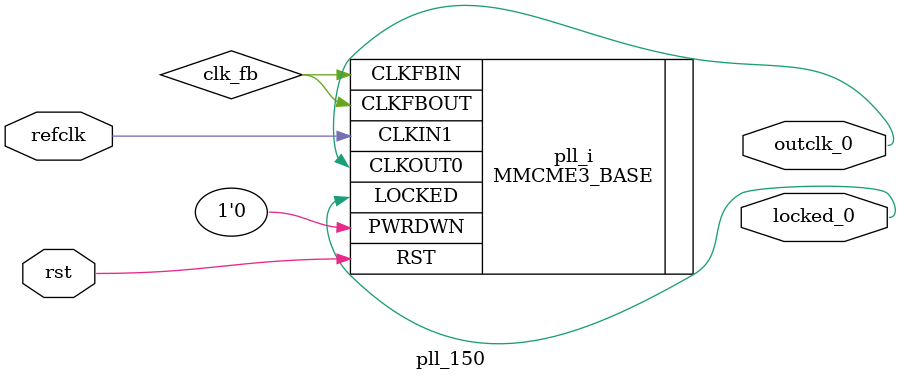
<source format=v>
module pll_150 (
		input  wire  refclk,
		input  wire  rst,     
		output wire  outclk_0,
		output wire  locked_0
	);

   wire              clk_fb;
   // MMCM clock in of 10MHz to 800MHz
   // MMCM VCO frequency between 600MHz and 1200MHz
   // MMCM Output frequency 4.7MHz - 630MHz
   // For 150MHz out we use a mult of 3 to 900MHz and divide of 6
	MMCME3_BASE #( .BANDWIDTH("OPTIMIZED"), // Jitter programming (HIGH, LOW, OPTIMIZED)
                   .STARTUP_WAIT("FALSE"), // Delays DONE until MMCM is locked (FALSE, TRUE)
                   // CLKIN_PERIOD: Input clock period in ns units, ps resolution (i.e. 33.333 is 30 MHz).
                   .CLKIN1_PERIOD(3.33), // 300MHz input
                   .IS_CLKIN1_INVERTED(1'b0), // Optional inversion for CLKIN1
                   // REF_JITTER: Reference input jitter in UI (0.000-0.999).
                   .REF_JITTER1(0.0),
                   // ADV .CLKIN2_PERIOD(10.0), and other clkin2 things
                   .DIVCLK_DIVIDE(1),        // Master division value (1-106)
                   .CLKFBOUT_MULT_F(3),      // Multiply value for VCO (2.000-64.000) - 300MHz up to 900MHz
                   .CLKFBOUT_PHASE(0.0),     // Phase offset in degrees of CLKFB default of 0.
                   .CLKOUT0_DIVIDE_F(6),     // Divide amount for CLKOUT0 (1.000-128.000) for 150MHz
                   .CLKOUT0_DUTY_CYCLE(0.5), // Default of 0.5
                   // ADV .CLKOUT0_USE_FINE_PS("FALSE"),
                   .CLKOUT1_DIVIDE(90), // 10MHz
                   .CLKOUT2_DIVIDE(90),
                   .CLKOUT3_DIVIDE(90),
                   // ADV .CLKOUT4_CASCADE("TRUE"),
                   .CLKOUT4_DIVIDE(90),
                   .CLKOUT5_DIVIDE(90),
                   .CLKOUT6_DIVIDE(90),
                   // ADV .COMPENSATION("AUTO"), // AUTO, BUF_IN, EXTERNAL, INTERNAL, ZHOLD - base uses internal feedback
                   // Programmable Inversion Attributes: Specifies built-in programmable inversion on specific pins
                   .IS_CLKFBIN_INVERTED(1'b0), // Optional inversion for CLKFBIN
                   // ADV .IS_CLKIN2_INVERTED(1'b0), // Optional inversion for CLKIN2
                   // ADV .IS_CLKINSEL_INVERTED(1'b0), // Optional inversion for CLKINSEL
                   // ADV .IS_PSEN_INVERTED(1'b0), // Optional inversion for PSEN
                   // ADV .IS_PSINCDEC_INVERTED(1'b0), // Optional inversion for PSINCDEC
                   .IS_PWRDWN_INVERTED(1'b0), // Optional inversion for PWRDWN
                   // ADV Spread Spectrum: Spread Spectrum Attributes
                   // ADV .SS_EN("FALSE"), // Enables spread spectrum (FALSE, TRUE)
                   // ADV .SS_MODE("CENTER_HIGH"), // CENTER_HIGH, CENTER_LOW, DOWN_HIGH, DOWN_LOW
                   // ADV .SS_MOD_PERIOD(10000), // Spread spectrum modulation period (ns) (4000-40000)
                   // USE_FINE_PS: Fine phase shift enable (TRUE/FALSE)
                   // ADV .CLKFBOUT_USE_FINE_PS("FALSE"),
                   .IS_RST_INVERTED(1'b0) // Optional inversion for RST
	) pll_i (
		     .RST	(rst),
             .PWRDWN (1'b0),
		     .CLKOUT0	(outclk_0),
		     .LOCKED	(locked_0),
		     .CLKIN1	(refclk),
             .CLKFBOUT (clk_fb),
             .CLKFBIN  (clk_fb)
	);

endmodule

</source>
